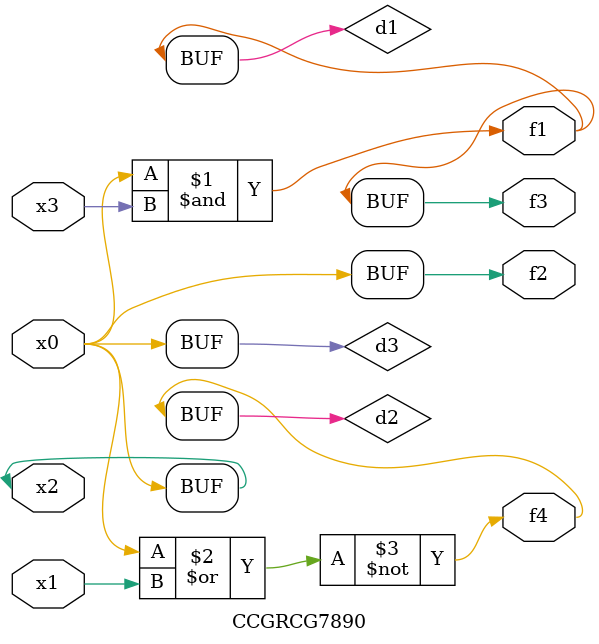
<source format=v>
module CCGRCG7890(
	input x0, x1, x2, x3,
	output f1, f2, f3, f4
);

	wire d1, d2, d3;

	and (d1, x2, x3);
	nor (d2, x0, x1);
	buf (d3, x0, x2);
	assign f1 = d1;
	assign f2 = d3;
	assign f3 = d1;
	assign f4 = d2;
endmodule

</source>
